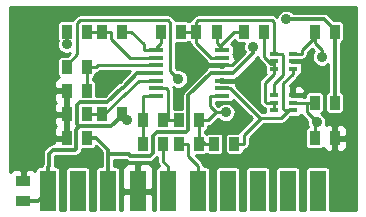
<source format=gbl>
%FSLAX46Y46*%
G04 Gerber Fmt 4.6, Leading zero omitted, Abs format (unit mm)*
G04 Created by KiCad (PCBNEW (2014-09-02 BZR 5112)-product) date 2014-12-10 10:34:42 AM*
%MOMM*%
G01*
G04 APERTURE LIST*
%ADD10C,0.150000*%
%ADD11R,1.300480X0.299720*%
%ADD12R,0.797560X0.398780*%
%ADD13R,0.812800X1.143000*%
%ADD14R,1.143000X0.812800*%
%ADD15R,1.350000X3.500000*%
%ADD16C,0.889000*%
%ADD17C,0.304800*%
%ADD18C,0.254000*%
G04 APERTURE END LIST*
D10*
D11*
X110706000Y-84430400D03*
X110706000Y-83795400D03*
X110706000Y-83135000D03*
X110706000Y-82500000D03*
X110706000Y-81839600D03*
X110706000Y-81191900D03*
X110706000Y-80544200D03*
X116294000Y-80544200D03*
X116294000Y-81191900D03*
X116294000Y-81839600D03*
X116294000Y-82500000D03*
X116294000Y-83147700D03*
X116294000Y-83795400D03*
X116294000Y-84443100D03*
D12*
X122297560Y-84352300D03*
X122297560Y-85000000D03*
X122297560Y-85647700D03*
X120702440Y-85647700D03*
X120702440Y-85000000D03*
X120702440Y-84352300D03*
X122297560Y-80852300D03*
X122297560Y-81500000D03*
X122297560Y-82147700D03*
X120702440Y-82147700D03*
X120702440Y-81500000D03*
X120702440Y-80852300D03*
D13*
X125850900Y-88000000D03*
X124149100Y-88000000D03*
X114350900Y-86500000D03*
X112649100Y-86500000D03*
X125850900Y-85000000D03*
X124149100Y-85000000D03*
X125850900Y-79000000D03*
X124149100Y-79000000D03*
X114350900Y-88500000D03*
X112649100Y-88500000D03*
X115649100Y-88500000D03*
X117350900Y-88500000D03*
X118149100Y-79000000D03*
X119850900Y-79000000D03*
X107850900Y-79000000D03*
X106149100Y-79000000D03*
X103149100Y-82000000D03*
X104850900Y-82000000D03*
X104850900Y-84000000D03*
X103149100Y-84000000D03*
X104850900Y-79000000D03*
X103149100Y-79000000D03*
X112850900Y-79000000D03*
X111149100Y-79000000D03*
X115850900Y-79000000D03*
X114149100Y-79000000D03*
D14*
X99500000Y-93350900D03*
X99500000Y-91649100D03*
D13*
X103149100Y-88000000D03*
X104850900Y-88000000D03*
X111350900Y-86500000D03*
X109649100Y-86500000D03*
X103149100Y-86000000D03*
X104850900Y-86000000D03*
X107850900Y-86000000D03*
X106149100Y-86000000D03*
X109649100Y-88500000D03*
X111350900Y-88500000D03*
D15*
X101570000Y-92500000D03*
X104110000Y-92500000D03*
X106650000Y-92500000D03*
X109190000Y-92500000D03*
X111730000Y-92500000D03*
X114270000Y-92500000D03*
X116810000Y-92500000D03*
X119350000Y-92500000D03*
X121890000Y-92500000D03*
X124430000Y-92500000D03*
D16*
X108230000Y-86500000D03*
X118950000Y-80300000D03*
X121750000Y-77950000D03*
X102500019Y-89828821D03*
X100798179Y-89443963D03*
X117629871Y-80260839D03*
X123693190Y-83087220D03*
X115336926Y-90063074D03*
X105759831Y-89500000D03*
X107829852Y-90202066D03*
X117796572Y-83394489D03*
X112600000Y-84400000D03*
X100807434Y-85357434D03*
X105838470Y-82958986D03*
X107489472Y-82895330D03*
X100807434Y-85357434D03*
X112612600Y-82995400D03*
X124313900Y-86652500D03*
X124742200Y-81132500D03*
X103150000Y-80050000D03*
X116628800Y-85837900D03*
D17*
X101649099Y-90366101D02*
X101570000Y-90445200D01*
X102012765Y-88977901D02*
X101649099Y-89341567D01*
X103880621Y-88977901D02*
X102012765Y-88977901D01*
X103961901Y-88896621D02*
X103880621Y-88977901D01*
X103961901Y-87288699D02*
X103961901Y-88896621D01*
X101649099Y-89341567D02*
X101649099Y-90366101D01*
X104228800Y-87021800D02*
X103961901Y-87288699D01*
X101570000Y-90445200D02*
X101570000Y-92500000D01*
X109137427Y-82500000D02*
X107895005Y-83742422D01*
X104269200Y-84978300D02*
X104037700Y-85209800D01*
X104037700Y-85209800D02*
X104037700Y-86830700D01*
X104037700Y-86830700D02*
X104228800Y-87021800D01*
X106600482Y-84978300D02*
X104269200Y-84978300D01*
X107895005Y-83742422D02*
X107836360Y-83742422D01*
X110706000Y-82500000D02*
X109137427Y-82500000D01*
X107836360Y-83742422D02*
X106600482Y-84978300D01*
X99500000Y-93350900D02*
X100719100Y-93350900D01*
X100719100Y-93350900D02*
X101570000Y-92500000D01*
X107851000Y-86000000D02*
X107851000Y-86060400D01*
X107850900Y-86060300D02*
X107850900Y-86000000D01*
X107851000Y-86060400D02*
X107850900Y-86060300D01*
X107851000Y-86060400D02*
X107851000Y-86120900D01*
X107851000Y-86120900D02*
X108230000Y-86500000D01*
X106950100Y-87021800D02*
X107851000Y-86120900D01*
X104228800Y-87021800D02*
X106950100Y-87021800D01*
X117249040Y-82500000D02*
X118950000Y-80799040D01*
X116294000Y-82500000D02*
X117249040Y-82500000D01*
X118950000Y-80799040D02*
X118950000Y-80300000D01*
X104850900Y-88000000D02*
X105664000Y-88000000D01*
X106650000Y-89504500D02*
X106650000Y-88986000D01*
X106650000Y-88986000D02*
X105664000Y-88000000D01*
X115338960Y-82500000D02*
X116294000Y-82500000D01*
X113462200Y-84376760D02*
X115338960Y-82500000D01*
X113462200Y-87306800D02*
X113462200Y-84376760D01*
X110462300Y-89251600D02*
X110462300Y-87832500D01*
X113247300Y-87521700D02*
X113462200Y-87306800D01*
X110773100Y-87521700D02*
X113247300Y-87521700D01*
X108563834Y-89504500D02*
X110209400Y-89504500D01*
X110462300Y-87832500D02*
X110773100Y-87521700D01*
X108410499Y-89351165D02*
X108563834Y-89504500D01*
X110209400Y-89504500D02*
X110462300Y-89251600D01*
X106803335Y-89351165D02*
X108410499Y-89351165D01*
X106650000Y-89504500D02*
X106803335Y-89351165D01*
X122378617Y-77950000D02*
X121750000Y-77950000D01*
X125850900Y-78834900D02*
X124966000Y-77950000D01*
X125850900Y-79000000D02*
X125850900Y-78834900D01*
X124966000Y-77950000D02*
X122378617Y-77950000D01*
X125850900Y-85000000D02*
X125850900Y-79000000D01*
X106650000Y-92500000D02*
X106650000Y-89504500D01*
D18*
X113436800Y-89535500D02*
X113436800Y-88500000D01*
X114270000Y-90368700D02*
X113436800Y-89535500D01*
X112649100Y-88500000D02*
X113436800Y-88500000D01*
X114270000Y-92500000D02*
X114270000Y-90368700D01*
X105121179Y-89828821D02*
X103128636Y-89828821D01*
X105450000Y-89500000D02*
X105121179Y-89828821D01*
X103128636Y-89828821D02*
X102500019Y-89828821D01*
X117629871Y-81341931D02*
X117629871Y-80889456D01*
X117629871Y-80889456D02*
X117629871Y-80260839D01*
X116294000Y-81839600D02*
X117132202Y-81839600D01*
X117132202Y-81839600D02*
X117629871Y-81341931D01*
X123693190Y-83087220D02*
X123077341Y-82471371D01*
X122950340Y-81500000D02*
X122297560Y-81500000D01*
X123077341Y-81627001D02*
X122950340Y-81500000D01*
X123077341Y-82471371D02*
X123077341Y-81627001D01*
X109190000Y-92500000D02*
X107900000Y-92500000D01*
X107900000Y-92500000D02*
X107829852Y-92429852D01*
X107829852Y-92429852D02*
X107829852Y-90202066D01*
X116294000Y-83147700D02*
X117549783Y-83147700D01*
X117549783Y-83147700D02*
X117796572Y-83394489D01*
X105879484Y-83000000D02*
X105838470Y-82958986D01*
X107000000Y-83000000D02*
X105879484Y-83000000D01*
X111350900Y-89989600D02*
X111350900Y-88500000D01*
X111730000Y-90368700D02*
X111350900Y-89989600D01*
X111730000Y-92500000D02*
X111730000Y-90368700D01*
X109801760Y-83135000D02*
X110706000Y-83135000D01*
X106149100Y-86000000D02*
X106333700Y-86000000D01*
X108115950Y-84275832D02*
X109256782Y-83135000D01*
X109256782Y-83135000D02*
X109801760Y-83135000D01*
X106333700Y-86000000D02*
X108057868Y-84275832D01*
X108057868Y-84275832D02*
X108115950Y-84275832D01*
X106149100Y-86000000D02*
X104850900Y-86000000D01*
X105799000Y-81839600D02*
X110706000Y-81839600D01*
X105638600Y-82000000D02*
X105799000Y-81839600D01*
X104850900Y-82000000D02*
X105638600Y-82000000D01*
X104850900Y-84000000D02*
X104850900Y-82000000D01*
X115850900Y-79000000D02*
X115850900Y-79952800D01*
X118149100Y-79000000D02*
X117361400Y-79000000D01*
X117361400Y-79000000D02*
X116129800Y-80231600D01*
X115850900Y-79952800D02*
X116129800Y-80231600D01*
X116294000Y-80395900D02*
X116294000Y-80544200D01*
X116129800Y-80231600D02*
X116294000Y-80395900D01*
X109674500Y-80035900D02*
X109674500Y-80544200D01*
X108638600Y-79000000D02*
X109674500Y-80035900D01*
X107850900Y-79000000D02*
X108638600Y-79000000D01*
X110706000Y-80544200D02*
X109674500Y-80544200D01*
X110706000Y-80395900D02*
X110706000Y-80544200D01*
X111149100Y-79952800D02*
X110706000Y-80395900D01*
X111149100Y-79000000D02*
X111149100Y-79952800D01*
X112168101Y-82550901D02*
X112612600Y-82995400D01*
X104075501Y-79703759D02*
X104063499Y-79691757D01*
X111936900Y-78241800D02*
X111936900Y-82319700D01*
X111728800Y-78033700D02*
X111936900Y-78241800D01*
X104063499Y-78245702D02*
X104275501Y-78033700D01*
X104063499Y-79691757D02*
X104063499Y-78245702D01*
X104075501Y-80908499D02*
X104075501Y-79703759D01*
X103149100Y-81834900D02*
X104075501Y-80908499D01*
X103149100Y-82000000D02*
X103149100Y-81834900D01*
X111936900Y-82319700D02*
X112168101Y-82550901D01*
X104275501Y-78033700D02*
X111728800Y-78033700D01*
X104850900Y-79000000D02*
X106149100Y-79000000D01*
X108525600Y-81191900D02*
X110706000Y-81191900D01*
X106936800Y-79603100D02*
X108525600Y-81191900D01*
X106936800Y-79000000D02*
X106936800Y-79603100D01*
X106149100Y-79000000D02*
X106936800Y-79000000D01*
X111737241Y-83922401D02*
X111610240Y-83795400D01*
X111737500Y-86500000D02*
X111737241Y-86499741D01*
X111737241Y-86499741D02*
X111737241Y-83922401D01*
X111610240Y-83795400D02*
X110706000Y-83795400D01*
X111350900Y-86500000D02*
X111737500Y-86500000D01*
X111737500Y-86500000D02*
X112649100Y-86500000D01*
X109649100Y-88500000D02*
X109649100Y-86500000D01*
X109649100Y-84455800D02*
X109674500Y-84430400D01*
X109649100Y-86500000D02*
X109649100Y-84455800D01*
X110706000Y-84430400D02*
X109674500Y-84430400D01*
X116294000Y-83795400D02*
X117023658Y-83795400D01*
X119507658Y-86279400D02*
X119639000Y-86279400D01*
X117023658Y-83795400D02*
X119507658Y-86279400D01*
X122298000Y-82147700D02*
X122298000Y-82374400D01*
X122297600Y-82374000D02*
X122297600Y-82147700D01*
X122298000Y-82374400D02*
X122297600Y-82374000D01*
X122297600Y-85647700D02*
X122298000Y-85647700D01*
X121645000Y-85647700D02*
X121971300Y-85647700D01*
X121518000Y-85520700D02*
X121645000Y-85647700D01*
X121518000Y-83380900D02*
X121518000Y-85520700D01*
X122298000Y-82601100D02*
X121518000Y-83380900D01*
X122298000Y-82374400D02*
X122298000Y-82601100D01*
X121971300Y-85647700D02*
X122297600Y-85647700D01*
X121339600Y-86279400D02*
X119639000Y-86279400D01*
X121971300Y-85647700D02*
X121339600Y-86279400D01*
X118138600Y-87779800D02*
X119639000Y-86279400D01*
X118138600Y-88500000D02*
X118138600Y-87779800D01*
X117350900Y-88500000D02*
X118138600Y-88500000D01*
X120702000Y-85323800D02*
X120702000Y-85647700D01*
X120702400Y-85324200D02*
X120702400Y-85647700D01*
X120702000Y-85323800D02*
X120702400Y-85324200D01*
X119850900Y-81143400D02*
X119850900Y-79000000D01*
X120482700Y-81775200D02*
X119850900Y-81143400D01*
X120702000Y-81775200D02*
X120482700Y-81775200D01*
X120702000Y-81500000D02*
X120702000Y-81637600D01*
X120702000Y-81637600D02*
X120702000Y-81775200D01*
X120702400Y-81637200D02*
X120702400Y-81500000D01*
X120702000Y-81637600D02*
X120702400Y-81637200D01*
X120376000Y-85000000D02*
X120702400Y-85000000D01*
X120702000Y-85000000D02*
X120702000Y-85323800D01*
X120376000Y-85000000D02*
X120702000Y-85000000D01*
X120702000Y-81775200D02*
X120702000Y-82188100D01*
X120050000Y-85000000D02*
X120376000Y-85000000D01*
X119923000Y-84873000D02*
X120050000Y-85000000D01*
X119923000Y-83380900D02*
X119923000Y-84873000D01*
X120702000Y-82601100D02*
X119923000Y-83380900D01*
X120702000Y-82188100D02*
X120702000Y-82601100D01*
X120702400Y-82187700D02*
X120702400Y-82147700D01*
X120702000Y-82188100D02*
X120702400Y-82187700D01*
X124149000Y-85000000D02*
X124149100Y-85000000D01*
X122298000Y-85000000D02*
X122297600Y-85000000D01*
X124149000Y-85000000D02*
X123486300Y-85000000D01*
X123486300Y-85000000D02*
X122298000Y-85000000D01*
X124149100Y-88000000D02*
X124149100Y-87047200D01*
X124149100Y-86817300D02*
X124149100Y-87047200D01*
X124313900Y-86652500D02*
X124149100Y-86817300D01*
X123486300Y-85824900D02*
X124313900Y-86652500D01*
X123486300Y-85000000D02*
X123486300Y-85824900D01*
X124742200Y-80545900D02*
X124149100Y-79952800D01*
X124742200Y-81132500D02*
X124742200Y-80545900D01*
X124149100Y-79000000D02*
X124149100Y-79476400D01*
X124149100Y-79476400D02*
X124149100Y-79952800D01*
X123077700Y-80547800D02*
X123077700Y-80852300D01*
X124149100Y-79476400D02*
X123077700Y-80547800D01*
X122297600Y-80852300D02*
X123077700Y-80852300D01*
X114149100Y-79000000D02*
X114149100Y-79951240D01*
X114149100Y-79951240D02*
X115389760Y-81191900D01*
X115389760Y-81191900D02*
X116294000Y-81191900D01*
X120702440Y-80852300D02*
X120702440Y-78187838D01*
X114276101Y-78047499D02*
X114149100Y-78174500D01*
X120702440Y-78187838D02*
X120562101Y-78047499D01*
X120562101Y-78047499D02*
X114276101Y-78047499D01*
X114149100Y-78174500D02*
X114149100Y-79000000D01*
X120702400Y-80852300D02*
X120702000Y-80852300D01*
X120702000Y-84352300D02*
X120702000Y-83892000D01*
X120702400Y-83892400D02*
X120702400Y-84352300D01*
X120702000Y-83892000D02*
X120702400Y-83892400D01*
X112850900Y-79000000D02*
X113638600Y-79000000D01*
X114149100Y-79000000D02*
X113638600Y-79000000D01*
X121355000Y-80852300D02*
X121028700Y-80852300D01*
X121482000Y-80979300D02*
X121355000Y-80852300D01*
X121482000Y-82651900D02*
X121482000Y-80979300D01*
X120702000Y-83431700D02*
X121482000Y-82651900D01*
X120702000Y-83892000D02*
X120702000Y-83431700D01*
X121028700Y-80852300D02*
X120702400Y-80852300D01*
X103149100Y-80049100D02*
X103150000Y-80050000D01*
X103149100Y-79000000D02*
X103149100Y-80049100D01*
X114350900Y-86500000D02*
X114350900Y-86976400D01*
X114350900Y-86976400D02*
X114350900Y-87547200D01*
X114350900Y-88500000D02*
X114350900Y-88023600D01*
X114350900Y-88023600D02*
X114350900Y-87547200D01*
X114385000Y-88023600D02*
X114861400Y-88500000D01*
X114350900Y-88023600D02*
X114385000Y-88023600D01*
X115649100Y-88500000D02*
X114861400Y-88500000D01*
X114350900Y-86500000D02*
X115138600Y-86500000D01*
X116294000Y-84443100D02*
X115262500Y-84443100D01*
X115262500Y-85299700D02*
X115262500Y-84443100D01*
X115800700Y-85837900D02*
X115262500Y-85299700D01*
X116628800Y-85837900D02*
X115800700Y-85837900D01*
X115800700Y-85837900D02*
X115138600Y-86500000D01*
G36*
X106116600Y-90369000D02*
X105899214Y-90369000D01*
X105759180Y-90427004D01*
X105652004Y-90534181D01*
X105594000Y-90674215D01*
X105594000Y-90825786D01*
X105594000Y-94119800D01*
X105166000Y-94119800D01*
X105166000Y-90674214D01*
X105107996Y-90534180D01*
X105000819Y-90427004D01*
X104860785Y-90369000D01*
X104709214Y-90369000D01*
X103359214Y-90369000D01*
X103219180Y-90427004D01*
X103112004Y-90534181D01*
X103054000Y-90674215D01*
X103054000Y-90825786D01*
X103054000Y-94119800D01*
X102626000Y-94119800D01*
X102626000Y-90674214D01*
X102567996Y-90534180D01*
X102460819Y-90427004D01*
X102320785Y-90369000D01*
X102181922Y-90369000D01*
X102182499Y-90366101D01*
X102182499Y-89562508D01*
X102233706Y-89511301D01*
X103880621Y-89511301D01*
X104084744Y-89470698D01*
X104257792Y-89355072D01*
X104339072Y-89273792D01*
X104454698Y-89100745D01*
X104454698Y-89100744D01*
X104484185Y-88952500D01*
X104520286Y-88952500D01*
X105333086Y-88952500D01*
X105473120Y-88894496D01*
X105580296Y-88787319D01*
X105614471Y-88704812D01*
X106116600Y-89206941D01*
X106116600Y-89504500D01*
X106116600Y-90369000D01*
X106116600Y-90369000D01*
G37*
X106116600Y-90369000D02*
X105899214Y-90369000D01*
X105759180Y-90427004D01*
X105652004Y-90534181D01*
X105594000Y-90674215D01*
X105594000Y-90825786D01*
X105594000Y-94119800D01*
X105166000Y-94119800D01*
X105166000Y-90674214D01*
X105107996Y-90534180D01*
X105000819Y-90427004D01*
X104860785Y-90369000D01*
X104709214Y-90369000D01*
X103359214Y-90369000D01*
X103219180Y-90427004D01*
X103112004Y-90534181D01*
X103054000Y-90674215D01*
X103054000Y-90825786D01*
X103054000Y-94119800D01*
X102626000Y-94119800D01*
X102626000Y-90674214D01*
X102567996Y-90534180D01*
X102460819Y-90427004D01*
X102320785Y-90369000D01*
X102181922Y-90369000D01*
X102182499Y-90366101D01*
X102182499Y-89562508D01*
X102233706Y-89511301D01*
X103880621Y-89511301D01*
X104084744Y-89470698D01*
X104257792Y-89355072D01*
X104339072Y-89273792D01*
X104454698Y-89100745D01*
X104454698Y-89100744D01*
X104484185Y-88952500D01*
X104520286Y-88952500D01*
X105333086Y-88952500D01*
X105473120Y-88894496D01*
X105580296Y-88787319D01*
X105614471Y-88704812D01*
X106116600Y-89206941D01*
X106116600Y-89504500D01*
X106116600Y-90369000D01*
G36*
X108535485Y-82347600D02*
X107633763Y-83249321D01*
X107632236Y-83249625D01*
X107562923Y-83295938D01*
X107459189Y-83365251D01*
X107459186Y-83365254D01*
X106379540Y-84444900D01*
X105638300Y-84444900D01*
X105638300Y-83352714D01*
X105580296Y-83212680D01*
X105473119Y-83105504D01*
X105358900Y-83058192D01*
X105358900Y-82941807D01*
X105473120Y-82894496D01*
X105580296Y-82787319D01*
X105638300Y-82647285D01*
X105638300Y-82508000D01*
X105638600Y-82508000D01*
X105833003Y-82469331D01*
X105997810Y-82359210D01*
X106009420Y-82347600D01*
X108535485Y-82347600D01*
X108535485Y-82347600D01*
G37*
X108535485Y-82347600D02*
X107633763Y-83249321D01*
X107632236Y-83249625D01*
X107562923Y-83295938D01*
X107459189Y-83365251D01*
X107459186Y-83365254D01*
X106379540Y-84444900D01*
X105638300Y-84444900D01*
X105638300Y-83352714D01*
X105580296Y-83212680D01*
X105473119Y-83105504D01*
X105358900Y-83058192D01*
X105358900Y-82941807D01*
X105473120Y-82894496D01*
X105580296Y-82787319D01*
X105638300Y-82647285D01*
X105638300Y-82508000D01*
X105638600Y-82508000D01*
X105833003Y-82469331D01*
X105997810Y-82359210D01*
X106009420Y-82347600D01*
X108535485Y-82347600D01*
G36*
X111011879Y-90369000D02*
X110979214Y-90369000D01*
X110839180Y-90427004D01*
X110732004Y-90534181D01*
X110674000Y-90674215D01*
X110674000Y-90825786D01*
X110674000Y-94119800D01*
X110500000Y-94119800D01*
X110500000Y-92785750D01*
X110500000Y-92214250D01*
X110500000Y-90876309D01*
X110500000Y-90623690D01*
X110403327Y-90390301D01*
X110224698Y-90211673D01*
X109991309Y-90115000D01*
X109475750Y-90115000D01*
X109317000Y-90273750D01*
X109317000Y-92373000D01*
X110341250Y-92373000D01*
X110500000Y-92214250D01*
X110500000Y-92785750D01*
X110341250Y-92627000D01*
X109317000Y-92627000D01*
X109317000Y-92647000D01*
X109063000Y-92647000D01*
X109063000Y-92627000D01*
X109063000Y-92373000D01*
X109063000Y-90273750D01*
X108904250Y-90115000D01*
X108388691Y-90115000D01*
X108155302Y-90211673D01*
X107976673Y-90390301D01*
X107880000Y-90623690D01*
X107880000Y-90876309D01*
X107880000Y-92214250D01*
X108038750Y-92373000D01*
X109063000Y-92373000D01*
X109063000Y-92627000D01*
X108038750Y-92627000D01*
X107880000Y-92785750D01*
X107880000Y-94119800D01*
X107706000Y-94119800D01*
X107706000Y-90674214D01*
X107647996Y-90534180D01*
X107540819Y-90427004D01*
X107400785Y-90369000D01*
X107249214Y-90369000D01*
X107183400Y-90369000D01*
X107183400Y-89884565D01*
X108190994Y-89884565D01*
X108190995Y-89884565D01*
X108290397Y-89950983D01*
X108359710Y-89997297D01*
X108359711Y-89997297D01*
X108563834Y-90037900D01*
X110209400Y-90037900D01*
X110413523Y-89997297D01*
X110586571Y-89881671D01*
X110839467Y-89628773D01*
X110839471Y-89628771D01*
X110839471Y-89628770D01*
X110842900Y-89623639D01*
X110842900Y-89989600D01*
X110881569Y-90184003D01*
X110991690Y-90348810D01*
X111011879Y-90369000D01*
X111011879Y-90369000D01*
G37*
X111011879Y-90369000D02*
X110979214Y-90369000D01*
X110839180Y-90427004D01*
X110732004Y-90534181D01*
X110674000Y-90674215D01*
X110674000Y-90825786D01*
X110674000Y-94119800D01*
X110500000Y-94119800D01*
X110500000Y-92785750D01*
X110500000Y-92214250D01*
X110500000Y-90876309D01*
X110500000Y-90623690D01*
X110403327Y-90390301D01*
X110224698Y-90211673D01*
X109991309Y-90115000D01*
X109475750Y-90115000D01*
X109317000Y-90273750D01*
X109317000Y-92373000D01*
X110341250Y-92373000D01*
X110500000Y-92214250D01*
X110500000Y-92785750D01*
X110341250Y-92627000D01*
X109317000Y-92627000D01*
X109317000Y-92647000D01*
X109063000Y-92647000D01*
X109063000Y-92627000D01*
X109063000Y-92373000D01*
X109063000Y-90273750D01*
X108904250Y-90115000D01*
X108388691Y-90115000D01*
X108155302Y-90211673D01*
X107976673Y-90390301D01*
X107880000Y-90623690D01*
X107880000Y-90876309D01*
X107880000Y-92214250D01*
X108038750Y-92373000D01*
X109063000Y-92373000D01*
X109063000Y-92627000D01*
X108038750Y-92627000D01*
X107880000Y-92785750D01*
X107880000Y-94119800D01*
X107706000Y-94119800D01*
X107706000Y-90674214D01*
X107647996Y-90534180D01*
X107540819Y-90427004D01*
X107400785Y-90369000D01*
X107249214Y-90369000D01*
X107183400Y-90369000D01*
X107183400Y-89884565D01*
X108190994Y-89884565D01*
X108190995Y-89884565D01*
X108290397Y-89950983D01*
X108359710Y-89997297D01*
X108359711Y-89997297D01*
X108563834Y-90037900D01*
X110209400Y-90037900D01*
X110413523Y-89997297D01*
X110586571Y-89881671D01*
X110839467Y-89628773D01*
X110839471Y-89628771D01*
X110839471Y-89628770D01*
X110842900Y-89623639D01*
X110842900Y-89989600D01*
X110881569Y-90184003D01*
X110991690Y-90348810D01*
X111011879Y-90369000D01*
G36*
X116441000Y-81914530D02*
X116421000Y-81914530D01*
X116421000Y-81966600D01*
X116294000Y-81966600D01*
X116167000Y-81966600D01*
X116167000Y-81914530D01*
X115167510Y-81914530D01*
X115008760Y-82073280D01*
X115008760Y-82091444D01*
X114961789Y-82122829D01*
X114961786Y-82122832D01*
X113085029Y-83999589D01*
X112969403Y-84172637D01*
X112928800Y-84376760D01*
X112928800Y-85547500D01*
X112245241Y-85547500D01*
X112245241Y-83922401D01*
X112206572Y-83727998D01*
X112199768Y-83717816D01*
X112447677Y-83820757D01*
X112776082Y-83821043D01*
X113079598Y-83695633D01*
X113312017Y-83463619D01*
X113437957Y-83160323D01*
X113438243Y-82831918D01*
X113312833Y-82528402D01*
X113080819Y-82295983D01*
X112777523Y-82170043D01*
X112505426Y-82169806D01*
X112444900Y-82109279D01*
X112444900Y-79952500D01*
X112520286Y-79952500D01*
X113333086Y-79952500D01*
X113473120Y-79894496D01*
X113500000Y-79867615D01*
X113526881Y-79894496D01*
X113641100Y-79941807D01*
X113641100Y-79951240D01*
X113679769Y-80145643D01*
X113789890Y-80310450D01*
X115018750Y-81539310D01*
X115008760Y-81563431D01*
X115008760Y-81605920D01*
X115167510Y-81764670D01*
X116167000Y-81764670D01*
X116167000Y-81722760D01*
X116421000Y-81722760D01*
X116421000Y-81764670D01*
X116441000Y-81764670D01*
X116441000Y-81914530D01*
X116441000Y-81914530D01*
G37*
X116441000Y-81914530D02*
X116421000Y-81914530D01*
X116421000Y-81966600D01*
X116294000Y-81966600D01*
X116167000Y-81966600D01*
X116167000Y-81914530D01*
X115167510Y-81914530D01*
X115008760Y-82073280D01*
X115008760Y-82091444D01*
X114961789Y-82122829D01*
X114961786Y-82122832D01*
X113085029Y-83999589D01*
X112969403Y-84172637D01*
X112928800Y-84376760D01*
X112928800Y-85547500D01*
X112245241Y-85547500D01*
X112245241Y-83922401D01*
X112206572Y-83727998D01*
X112199768Y-83717816D01*
X112447677Y-83820757D01*
X112776082Y-83821043D01*
X113079598Y-83695633D01*
X113312017Y-83463619D01*
X113437957Y-83160323D01*
X113438243Y-82831918D01*
X113312833Y-82528402D01*
X113080819Y-82295983D01*
X112777523Y-82170043D01*
X112505426Y-82169806D01*
X112444900Y-82109279D01*
X112444900Y-79952500D01*
X112520286Y-79952500D01*
X113333086Y-79952500D01*
X113473120Y-79894496D01*
X113500000Y-79867615D01*
X113526881Y-79894496D01*
X113641100Y-79941807D01*
X113641100Y-79951240D01*
X113679769Y-80145643D01*
X113789890Y-80310450D01*
X115018750Y-81539310D01*
X115008760Y-81563431D01*
X115008760Y-81605920D01*
X115167510Y-81764670D01*
X116167000Y-81764670D01*
X116167000Y-81722760D01*
X116421000Y-81722760D01*
X116421000Y-81764670D01*
X116441000Y-81764670D01*
X116441000Y-81914530D01*
G36*
X118243315Y-80751382D02*
X117535899Y-81458798D01*
X117482567Y-81330042D01*
X117325240Y-81172714D01*
X117325240Y-80966254D01*
X117284562Y-80868049D01*
X117325240Y-80769845D01*
X117325240Y-80618274D01*
X117325240Y-80318554D01*
X117267236Y-80178520D01*
X117160059Y-80071344D01*
X117052873Y-80026946D01*
X117382447Y-79697373D01*
X117419704Y-79787320D01*
X117526881Y-79894496D01*
X117666915Y-79952500D01*
X117818486Y-79952500D01*
X118200455Y-79952500D01*
X118124643Y-80135077D01*
X118124357Y-80463482D01*
X118243315Y-80751382D01*
X118243315Y-80751382D01*
G37*
X118243315Y-80751382D02*
X117535899Y-81458798D01*
X117482567Y-81330042D01*
X117325240Y-81172714D01*
X117325240Y-80966254D01*
X117284562Y-80868049D01*
X117325240Y-80769845D01*
X117325240Y-80618274D01*
X117325240Y-80318554D01*
X117267236Y-80178520D01*
X117160059Y-80071344D01*
X117052873Y-80026946D01*
X117382447Y-79697373D01*
X117419704Y-79787320D01*
X117526881Y-79894496D01*
X117666915Y-79952500D01*
X117818486Y-79952500D01*
X118200455Y-79952500D01*
X118124643Y-80135077D01*
X118124357Y-80463482D01*
X118243315Y-80751382D01*
G36*
X120001391Y-82583637D02*
X119563605Y-83021874D01*
X119507827Y-83105444D01*
X119453669Y-83186497D01*
X119453643Y-83186625D01*
X119453569Y-83186737D01*
X119434220Y-83284271D01*
X119415000Y-83380900D01*
X119415000Y-83381161D01*
X119415000Y-84873000D01*
X119453669Y-85067403D01*
X119563790Y-85232210D01*
X119690790Y-85359210D01*
X119855596Y-85469331D01*
X119855597Y-85469331D01*
X119922660Y-85482670D01*
X119922660Y-85524096D01*
X119922660Y-85771400D01*
X119718078Y-85771400D01*
X117518115Y-83571437D01*
X117579240Y-83423869D01*
X117579240Y-83381380D01*
X117420490Y-83222630D01*
X116421000Y-83222630D01*
X116421000Y-83264540D01*
X116167000Y-83264540D01*
X116167000Y-83222630D01*
X116147000Y-83222630D01*
X116147000Y-83072770D01*
X116167000Y-83072770D01*
X116167000Y-83033400D01*
X116294000Y-83033400D01*
X116421000Y-83033400D01*
X116421000Y-83072770D01*
X117420490Y-83072770D01*
X117579240Y-82914020D01*
X117579240Y-82908555D01*
X117626211Y-82877171D01*
X119327171Y-81176211D01*
X119344321Y-81150543D01*
X119381569Y-81337803D01*
X119491690Y-81502610D01*
X119922660Y-81933580D01*
X119922660Y-82024096D01*
X119922660Y-82422876D01*
X119980664Y-82562910D01*
X120001391Y-82583637D01*
X120001391Y-82583637D01*
G37*
X120001391Y-82583637D02*
X119563605Y-83021874D01*
X119507827Y-83105444D01*
X119453669Y-83186497D01*
X119453643Y-83186625D01*
X119453569Y-83186737D01*
X119434220Y-83284271D01*
X119415000Y-83380900D01*
X119415000Y-83381161D01*
X119415000Y-84873000D01*
X119453669Y-85067403D01*
X119563790Y-85232210D01*
X119690790Y-85359210D01*
X119855596Y-85469331D01*
X119855597Y-85469331D01*
X119922660Y-85482670D01*
X119922660Y-85524096D01*
X119922660Y-85771400D01*
X119718078Y-85771400D01*
X117518115Y-83571437D01*
X117579240Y-83423869D01*
X117579240Y-83381380D01*
X117420490Y-83222630D01*
X116421000Y-83222630D01*
X116421000Y-83264540D01*
X116167000Y-83264540D01*
X116167000Y-83222630D01*
X116147000Y-83222630D01*
X116147000Y-83072770D01*
X116167000Y-83072770D01*
X116167000Y-83033400D01*
X116294000Y-83033400D01*
X116421000Y-83033400D01*
X116421000Y-83072770D01*
X117420490Y-83072770D01*
X117579240Y-82914020D01*
X117579240Y-82908555D01*
X117626211Y-82877171D01*
X119327171Y-81176211D01*
X119344321Y-81150543D01*
X119381569Y-81337803D01*
X119491690Y-81502610D01*
X119922660Y-81933580D01*
X119922660Y-82024096D01*
X119922660Y-82422876D01*
X119980664Y-82562910D01*
X120001391Y-82583637D01*
G36*
X127619800Y-94119800D02*
X126892300Y-94119800D01*
X126892300Y-88697810D01*
X126892300Y-88445191D01*
X126892300Y-88285750D01*
X126892300Y-87714250D01*
X126892300Y-87554809D01*
X126892300Y-87302190D01*
X126795627Y-87068801D01*
X126616998Y-86890173D01*
X126383609Y-86793500D01*
X126136650Y-86793500D01*
X125977900Y-86952250D01*
X125977900Y-87873000D01*
X126733550Y-87873000D01*
X126892300Y-87714250D01*
X126892300Y-88285750D01*
X126733550Y-88127000D01*
X125977900Y-88127000D01*
X125977900Y-89047750D01*
X126136650Y-89206500D01*
X126383609Y-89206500D01*
X126616998Y-89109827D01*
X126795627Y-88931199D01*
X126892300Y-88697810D01*
X126892300Y-94119800D01*
X125486000Y-94119800D01*
X125486000Y-90674214D01*
X125427996Y-90534180D01*
X125320819Y-90427004D01*
X125180785Y-90369000D01*
X125029214Y-90369000D01*
X123679214Y-90369000D01*
X123539180Y-90427004D01*
X123432004Y-90534181D01*
X123374000Y-90674215D01*
X123374000Y-90825786D01*
X123374000Y-94119800D01*
X122946000Y-94119800D01*
X122946000Y-90674214D01*
X122887996Y-90534180D01*
X122780819Y-90427004D01*
X122640785Y-90369000D01*
X122489214Y-90369000D01*
X121139214Y-90369000D01*
X120999180Y-90427004D01*
X120892004Y-90534181D01*
X120834000Y-90674215D01*
X120834000Y-90825786D01*
X120834000Y-94119800D01*
X120406000Y-94119800D01*
X120406000Y-90674214D01*
X120347996Y-90534180D01*
X120240819Y-90427004D01*
X120100785Y-90369000D01*
X119949214Y-90369000D01*
X118599214Y-90369000D01*
X118459180Y-90427004D01*
X118352004Y-90534181D01*
X118294000Y-90674215D01*
X118294000Y-90825786D01*
X118294000Y-94119800D01*
X117866000Y-94119800D01*
X117866000Y-90674214D01*
X117807996Y-90534180D01*
X117700819Y-90427004D01*
X117560785Y-90369000D01*
X117409214Y-90369000D01*
X116059214Y-90369000D01*
X115919180Y-90427004D01*
X115812004Y-90534181D01*
X115754000Y-90674215D01*
X115754000Y-90825786D01*
X115754000Y-94119800D01*
X115326000Y-94119800D01*
X115326000Y-90674214D01*
X115267996Y-90534180D01*
X115160819Y-90427004D01*
X115020785Y-90369000D01*
X114869214Y-90369000D01*
X114778000Y-90369000D01*
X114778000Y-90368700D01*
X114739331Y-90174297D01*
X114629210Y-90009490D01*
X114072220Y-89452500D01*
X114833086Y-89452500D01*
X114973120Y-89394496D01*
X115000000Y-89367615D01*
X115026881Y-89394496D01*
X115166915Y-89452500D01*
X115318486Y-89452500D01*
X116131286Y-89452500D01*
X116271320Y-89394496D01*
X116378496Y-89287319D01*
X116436500Y-89147285D01*
X116436500Y-88995714D01*
X116436500Y-87852714D01*
X116378496Y-87712680D01*
X116271319Y-87605504D01*
X116131285Y-87547500D01*
X115979714Y-87547500D01*
X115166914Y-87547500D01*
X115026880Y-87605504D01*
X114999999Y-87632384D01*
X114973119Y-87605504D01*
X114858900Y-87558192D01*
X114858900Y-87547200D01*
X114858900Y-87441807D01*
X114973120Y-87394496D01*
X115080296Y-87287319D01*
X115138300Y-87147285D01*
X115138300Y-87008000D01*
X115138600Y-87008000D01*
X115333003Y-86969331D01*
X115497810Y-86859210D01*
X115990290Y-86366729D01*
X116160581Y-86537317D01*
X116463877Y-86663257D01*
X116792282Y-86663543D01*
X117095798Y-86538133D01*
X117328217Y-86306119D01*
X117454157Y-86002823D01*
X117454443Y-85674418D01*
X117329033Y-85370902D01*
X117097019Y-85138483D01*
X116793723Y-85012543D01*
X116465318Y-85012257D01*
X116161802Y-85137667D01*
X115990194Y-85308974D01*
X115770500Y-85089280D01*
X115770500Y-84973960D01*
X117020026Y-84973960D01*
X117160060Y-84915956D01*
X117267236Y-84808779D01*
X117282285Y-84772447D01*
X118854908Y-86345071D01*
X117779390Y-87420590D01*
X117694591Y-87547500D01*
X117681514Y-87547500D01*
X116868714Y-87547500D01*
X116728680Y-87605504D01*
X116621504Y-87712681D01*
X116563500Y-87852715D01*
X116563500Y-88004286D01*
X116563500Y-89147286D01*
X116621504Y-89287320D01*
X116728681Y-89394496D01*
X116868715Y-89452500D01*
X117020286Y-89452500D01*
X117833086Y-89452500D01*
X117973120Y-89394496D01*
X118080296Y-89287319D01*
X118138300Y-89147285D01*
X118138300Y-89008000D01*
X118138600Y-89008000D01*
X118333003Y-88969331D01*
X118497810Y-88859210D01*
X118607931Y-88694403D01*
X118646600Y-88500000D01*
X118646600Y-87990220D01*
X119849420Y-86787400D01*
X121339600Y-86787400D01*
X121534003Y-86748731D01*
X121698810Y-86638610D01*
X122109330Y-86228090D01*
X122772126Y-86228090D01*
X122912160Y-86170086D01*
X123019336Y-86062909D01*
X123029580Y-86038177D01*
X123127090Y-86184110D01*
X123488492Y-86545512D01*
X123488257Y-86815982D01*
X123596046Y-87076854D01*
X123526880Y-87105504D01*
X123419704Y-87212681D01*
X123361700Y-87352715D01*
X123361700Y-87504286D01*
X123361700Y-88647286D01*
X123419704Y-88787320D01*
X123526881Y-88894496D01*
X123666915Y-88952500D01*
X123818486Y-88952500D01*
X124631286Y-88952500D01*
X124771320Y-88894496D01*
X124855925Y-88809890D01*
X124906173Y-88931199D01*
X125084802Y-89109827D01*
X125318191Y-89206500D01*
X125565150Y-89206500D01*
X125723900Y-89047750D01*
X125723900Y-88127000D01*
X125703900Y-88127000D01*
X125703900Y-87873000D01*
X125723900Y-87873000D01*
X125723900Y-86952250D01*
X125565150Y-86793500D01*
X125318191Y-86793500D01*
X125114085Y-86878043D01*
X125139257Y-86817423D01*
X125139543Y-86489018D01*
X125014133Y-86185502D01*
X124782119Y-85953083D01*
X124706092Y-85921514D01*
X124771320Y-85894496D01*
X124878496Y-85787319D01*
X124936500Y-85647285D01*
X124936500Y-85495714D01*
X124936500Y-84352714D01*
X124878496Y-84212680D01*
X124771319Y-84105504D01*
X124631285Y-84047500D01*
X124479714Y-84047500D01*
X123666914Y-84047500D01*
X123526880Y-84105504D01*
X123419704Y-84212681D01*
X123361700Y-84352715D01*
X123361700Y-84492000D01*
X123331340Y-84492000D01*
X123331340Y-84093855D01*
X123331340Y-84026601D01*
X123234667Y-83793212D01*
X123056039Y-83614583D01*
X122822650Y-83517910D01*
X122583310Y-83517910D01*
X122424560Y-83676660D01*
X122424560Y-84252605D01*
X123172590Y-84252605D01*
X123331340Y-84093855D01*
X123331340Y-84492000D01*
X123212595Y-84492000D01*
X123172590Y-84451995D01*
X122850309Y-84451995D01*
X122772125Y-84419610D01*
X122620554Y-84419610D01*
X122150560Y-84419610D01*
X122150560Y-84252605D01*
X122170560Y-84252605D01*
X122170560Y-83676660D01*
X122055632Y-83561732D01*
X122657164Y-82960356D01*
X122657182Y-82960328D01*
X122657210Y-82960310D01*
X122711355Y-82879275D01*
X122767306Y-82795564D01*
X122767312Y-82795530D01*
X122767331Y-82795503D01*
X122781513Y-82724201D01*
X122912160Y-82670086D01*
X123019336Y-82562909D01*
X123077340Y-82422875D01*
X123077340Y-82271304D01*
X123077340Y-82216415D01*
X123234667Y-82059088D01*
X123331340Y-81825699D01*
X123331340Y-81758445D01*
X123172590Y-81599695D01*
X122850309Y-81599695D01*
X122772125Y-81567310D01*
X122620554Y-81567310D01*
X122150560Y-81567310D01*
X122150560Y-81432690D01*
X122772126Y-81432690D01*
X122850310Y-81400305D01*
X123172590Y-81400305D01*
X123246089Y-81326805D01*
X123272103Y-81321631D01*
X123436910Y-81211510D01*
X123547031Y-81046703D01*
X123585700Y-80852300D01*
X123585700Y-80758220D01*
X123910900Y-80433020D01*
X124092515Y-80614635D01*
X124042783Y-80664281D01*
X123916843Y-80967577D01*
X123916557Y-81295982D01*
X124041967Y-81599498D01*
X124273981Y-81831917D01*
X124577277Y-81957857D01*
X124905682Y-81958143D01*
X125209198Y-81832733D01*
X125317500Y-81724619D01*
X125317500Y-84068713D01*
X125228680Y-84105504D01*
X125121504Y-84212681D01*
X125063500Y-84352715D01*
X125063500Y-84504286D01*
X125063500Y-85647286D01*
X125121504Y-85787320D01*
X125228681Y-85894496D01*
X125368715Y-85952500D01*
X125520286Y-85952500D01*
X126333086Y-85952500D01*
X126473120Y-85894496D01*
X126580296Y-85787319D01*
X126638300Y-85647285D01*
X126638300Y-85495714D01*
X126638300Y-84352714D01*
X126580296Y-84212680D01*
X126473119Y-84105504D01*
X126384300Y-84068713D01*
X126384300Y-79931286D01*
X126473120Y-79894496D01*
X126580296Y-79787319D01*
X126638300Y-79647285D01*
X126638300Y-79495714D01*
X126638300Y-78352714D01*
X126580296Y-78212680D01*
X126473119Y-78105504D01*
X126333085Y-78047500D01*
X126181514Y-78047500D01*
X125817841Y-78047500D01*
X125343171Y-77572829D01*
X125170123Y-77457203D01*
X124966000Y-77416600D01*
X122383946Y-77416600D01*
X122218219Y-77250583D01*
X121914923Y-77124643D01*
X121586518Y-77124357D01*
X121283002Y-77249767D01*
X121050583Y-77481781D01*
X120952063Y-77719041D01*
X120921311Y-77688289D01*
X120756504Y-77578168D01*
X120562101Y-77539499D01*
X114276101Y-77539499D01*
X114081698Y-77578168D01*
X113916891Y-77688288D01*
X113789890Y-77815290D01*
X113679769Y-77980097D01*
X113666312Y-78047749D01*
X113526880Y-78105504D01*
X113499999Y-78132384D01*
X113473119Y-78105504D01*
X113333085Y-78047500D01*
X113181514Y-78047500D01*
X112406251Y-78047500D01*
X112406231Y-78047397D01*
X112296110Y-77882590D01*
X112088010Y-77674490D01*
X111923203Y-77564369D01*
X111728800Y-77525700D01*
X104275501Y-77525700D01*
X104081097Y-77564369D01*
X103916291Y-77674490D01*
X103704289Y-77886492D01*
X103596706Y-78047500D01*
X103479714Y-78047500D01*
X102666914Y-78047500D01*
X102526880Y-78105504D01*
X102419704Y-78212681D01*
X102361700Y-78352715D01*
X102361700Y-78504286D01*
X102361700Y-79647286D01*
X102392503Y-79721651D01*
X102324643Y-79885077D01*
X102324357Y-80213482D01*
X102449767Y-80516998D01*
X102681781Y-80749417D01*
X102985077Y-80875357D01*
X103313482Y-80875643D01*
X103443771Y-80821808D01*
X103218080Y-81047500D01*
X102666914Y-81047500D01*
X102526880Y-81105504D01*
X102419704Y-81212681D01*
X102361700Y-81352715D01*
X102361700Y-81504286D01*
X102361700Y-82647286D01*
X102419704Y-82787320D01*
X102481682Y-82849298D01*
X102383002Y-82890173D01*
X102204373Y-83068801D01*
X102107700Y-83302190D01*
X102107700Y-83554809D01*
X102107700Y-83714250D01*
X102266450Y-83873000D01*
X103022100Y-83873000D01*
X103022100Y-83853000D01*
X103276100Y-83853000D01*
X103276100Y-83873000D01*
X103296100Y-83873000D01*
X103296100Y-84127000D01*
X103276100Y-84127000D01*
X103276100Y-84952250D01*
X103276100Y-85047750D01*
X103276100Y-85873000D01*
X103296100Y-85873000D01*
X103296100Y-86127000D01*
X103276100Y-86127000D01*
X103276100Y-86952250D01*
X103276100Y-87047750D01*
X103276100Y-87873000D01*
X103296100Y-87873000D01*
X103296100Y-88127000D01*
X103276100Y-88127000D01*
X103276100Y-88147000D01*
X103022100Y-88147000D01*
X103022100Y-88127000D01*
X103022100Y-87873000D01*
X103022100Y-87047750D01*
X103022100Y-86952250D01*
X103022100Y-86127000D01*
X103022100Y-85873000D01*
X103022100Y-85047750D01*
X103022100Y-84952250D01*
X103022100Y-84127000D01*
X102266450Y-84127000D01*
X102107700Y-84285750D01*
X102107700Y-84445191D01*
X102107700Y-84697810D01*
X102204373Y-84931199D01*
X102273174Y-85000000D01*
X102204373Y-85068801D01*
X102107700Y-85302190D01*
X102107700Y-85554809D01*
X102107700Y-85714250D01*
X102266450Y-85873000D01*
X103022100Y-85873000D01*
X103022100Y-86127000D01*
X102266450Y-86127000D01*
X102107700Y-86285750D01*
X102107700Y-86445191D01*
X102107700Y-86697810D01*
X102204373Y-86931199D01*
X102273174Y-87000000D01*
X102204373Y-87068801D01*
X102107700Y-87302190D01*
X102107700Y-87554809D01*
X102107700Y-87714250D01*
X102266450Y-87873000D01*
X103022100Y-87873000D01*
X103022100Y-88127000D01*
X102266450Y-88127000D01*
X102107700Y-88285750D01*
X102107700Y-88444501D01*
X102012765Y-88444501D01*
X101808641Y-88485104D01*
X101739328Y-88531417D01*
X101635594Y-88600730D01*
X101635591Y-88600733D01*
X101271928Y-88964396D01*
X101156302Y-89137444D01*
X101115699Y-89341567D01*
X101115699Y-90183463D01*
X101077203Y-90241077D01*
X101051757Y-90369000D01*
X100819214Y-90369000D01*
X100679180Y-90427004D01*
X100572004Y-90534181D01*
X100514000Y-90674215D01*
X100514000Y-90787174D01*
X100431199Y-90704373D01*
X100197810Y-90607700D01*
X99945191Y-90607700D01*
X99785750Y-90607700D01*
X99627000Y-90766450D01*
X99627000Y-91522100D01*
X99647000Y-91522100D01*
X99647000Y-91776100D01*
X99627000Y-91776100D01*
X99627000Y-91796100D01*
X99373000Y-91796100D01*
X99373000Y-91776100D01*
X99353000Y-91776100D01*
X99353000Y-91522100D01*
X99373000Y-91522100D01*
X99373000Y-90766450D01*
X99214250Y-90607700D01*
X99054809Y-90607700D01*
X98802190Y-90607700D01*
X98568801Y-90704373D01*
X98390173Y-90883002D01*
X98380200Y-90907078D01*
X98380200Y-76880200D01*
X127619800Y-76880200D01*
X127619800Y-94119800D01*
X127619800Y-94119800D01*
G37*
X127619800Y-94119800D02*
X126892300Y-94119800D01*
X126892300Y-88697810D01*
X126892300Y-88445191D01*
X126892300Y-88285750D01*
X126892300Y-87714250D01*
X126892300Y-87554809D01*
X126892300Y-87302190D01*
X126795627Y-87068801D01*
X126616998Y-86890173D01*
X126383609Y-86793500D01*
X126136650Y-86793500D01*
X125977900Y-86952250D01*
X125977900Y-87873000D01*
X126733550Y-87873000D01*
X126892300Y-87714250D01*
X126892300Y-88285750D01*
X126733550Y-88127000D01*
X125977900Y-88127000D01*
X125977900Y-89047750D01*
X126136650Y-89206500D01*
X126383609Y-89206500D01*
X126616998Y-89109827D01*
X126795627Y-88931199D01*
X126892300Y-88697810D01*
X126892300Y-94119800D01*
X125486000Y-94119800D01*
X125486000Y-90674214D01*
X125427996Y-90534180D01*
X125320819Y-90427004D01*
X125180785Y-90369000D01*
X125029214Y-90369000D01*
X123679214Y-90369000D01*
X123539180Y-90427004D01*
X123432004Y-90534181D01*
X123374000Y-90674215D01*
X123374000Y-90825786D01*
X123374000Y-94119800D01*
X122946000Y-94119800D01*
X122946000Y-90674214D01*
X122887996Y-90534180D01*
X122780819Y-90427004D01*
X122640785Y-90369000D01*
X122489214Y-90369000D01*
X121139214Y-90369000D01*
X120999180Y-90427004D01*
X120892004Y-90534181D01*
X120834000Y-90674215D01*
X120834000Y-90825786D01*
X120834000Y-94119800D01*
X120406000Y-94119800D01*
X120406000Y-90674214D01*
X120347996Y-90534180D01*
X120240819Y-90427004D01*
X120100785Y-90369000D01*
X119949214Y-90369000D01*
X118599214Y-90369000D01*
X118459180Y-90427004D01*
X118352004Y-90534181D01*
X118294000Y-90674215D01*
X118294000Y-90825786D01*
X118294000Y-94119800D01*
X117866000Y-94119800D01*
X117866000Y-90674214D01*
X117807996Y-90534180D01*
X117700819Y-90427004D01*
X117560785Y-90369000D01*
X117409214Y-90369000D01*
X116059214Y-90369000D01*
X115919180Y-90427004D01*
X115812004Y-90534181D01*
X115754000Y-90674215D01*
X115754000Y-90825786D01*
X115754000Y-94119800D01*
X115326000Y-94119800D01*
X115326000Y-90674214D01*
X115267996Y-90534180D01*
X115160819Y-90427004D01*
X115020785Y-90369000D01*
X114869214Y-90369000D01*
X114778000Y-90369000D01*
X114778000Y-90368700D01*
X114739331Y-90174297D01*
X114629210Y-90009490D01*
X114072220Y-89452500D01*
X114833086Y-89452500D01*
X114973120Y-89394496D01*
X115000000Y-89367615D01*
X115026881Y-89394496D01*
X115166915Y-89452500D01*
X115318486Y-89452500D01*
X116131286Y-89452500D01*
X116271320Y-89394496D01*
X116378496Y-89287319D01*
X116436500Y-89147285D01*
X116436500Y-88995714D01*
X116436500Y-87852714D01*
X116378496Y-87712680D01*
X116271319Y-87605504D01*
X116131285Y-87547500D01*
X115979714Y-87547500D01*
X115166914Y-87547500D01*
X115026880Y-87605504D01*
X114999999Y-87632384D01*
X114973119Y-87605504D01*
X114858900Y-87558192D01*
X114858900Y-87547200D01*
X114858900Y-87441807D01*
X114973120Y-87394496D01*
X115080296Y-87287319D01*
X115138300Y-87147285D01*
X115138300Y-87008000D01*
X115138600Y-87008000D01*
X115333003Y-86969331D01*
X115497810Y-86859210D01*
X115990290Y-86366729D01*
X116160581Y-86537317D01*
X116463877Y-86663257D01*
X116792282Y-86663543D01*
X117095798Y-86538133D01*
X117328217Y-86306119D01*
X117454157Y-86002823D01*
X117454443Y-85674418D01*
X117329033Y-85370902D01*
X117097019Y-85138483D01*
X116793723Y-85012543D01*
X116465318Y-85012257D01*
X116161802Y-85137667D01*
X115990194Y-85308974D01*
X115770500Y-85089280D01*
X115770500Y-84973960D01*
X117020026Y-84973960D01*
X117160060Y-84915956D01*
X117267236Y-84808779D01*
X117282285Y-84772447D01*
X118854908Y-86345071D01*
X117779390Y-87420590D01*
X117694591Y-87547500D01*
X117681514Y-87547500D01*
X116868714Y-87547500D01*
X116728680Y-87605504D01*
X116621504Y-87712681D01*
X116563500Y-87852715D01*
X116563500Y-88004286D01*
X116563500Y-89147286D01*
X116621504Y-89287320D01*
X116728681Y-89394496D01*
X116868715Y-89452500D01*
X117020286Y-89452500D01*
X117833086Y-89452500D01*
X117973120Y-89394496D01*
X118080296Y-89287319D01*
X118138300Y-89147285D01*
X118138300Y-89008000D01*
X118138600Y-89008000D01*
X118333003Y-88969331D01*
X118497810Y-88859210D01*
X118607931Y-88694403D01*
X118646600Y-88500000D01*
X118646600Y-87990220D01*
X119849420Y-86787400D01*
X121339600Y-86787400D01*
X121534003Y-86748731D01*
X121698810Y-86638610D01*
X122109330Y-86228090D01*
X122772126Y-86228090D01*
X122912160Y-86170086D01*
X123019336Y-86062909D01*
X123029580Y-86038177D01*
X123127090Y-86184110D01*
X123488492Y-86545512D01*
X123488257Y-86815982D01*
X123596046Y-87076854D01*
X123526880Y-87105504D01*
X123419704Y-87212681D01*
X123361700Y-87352715D01*
X123361700Y-87504286D01*
X123361700Y-88647286D01*
X123419704Y-88787320D01*
X123526881Y-88894496D01*
X123666915Y-88952500D01*
X123818486Y-88952500D01*
X124631286Y-88952500D01*
X124771320Y-88894496D01*
X124855925Y-88809890D01*
X124906173Y-88931199D01*
X125084802Y-89109827D01*
X125318191Y-89206500D01*
X125565150Y-89206500D01*
X125723900Y-89047750D01*
X125723900Y-88127000D01*
X125703900Y-88127000D01*
X125703900Y-87873000D01*
X125723900Y-87873000D01*
X125723900Y-86952250D01*
X125565150Y-86793500D01*
X125318191Y-86793500D01*
X125114085Y-86878043D01*
X125139257Y-86817423D01*
X125139543Y-86489018D01*
X125014133Y-86185502D01*
X124782119Y-85953083D01*
X124706092Y-85921514D01*
X124771320Y-85894496D01*
X124878496Y-85787319D01*
X124936500Y-85647285D01*
X124936500Y-85495714D01*
X124936500Y-84352714D01*
X124878496Y-84212680D01*
X124771319Y-84105504D01*
X124631285Y-84047500D01*
X124479714Y-84047500D01*
X123666914Y-84047500D01*
X123526880Y-84105504D01*
X123419704Y-84212681D01*
X123361700Y-84352715D01*
X123361700Y-84492000D01*
X123331340Y-84492000D01*
X123331340Y-84093855D01*
X123331340Y-84026601D01*
X123234667Y-83793212D01*
X123056039Y-83614583D01*
X122822650Y-83517910D01*
X122583310Y-83517910D01*
X122424560Y-83676660D01*
X122424560Y-84252605D01*
X123172590Y-84252605D01*
X123331340Y-84093855D01*
X123331340Y-84492000D01*
X123212595Y-84492000D01*
X123172590Y-84451995D01*
X122850309Y-84451995D01*
X122772125Y-84419610D01*
X122620554Y-84419610D01*
X122150560Y-84419610D01*
X122150560Y-84252605D01*
X122170560Y-84252605D01*
X122170560Y-83676660D01*
X122055632Y-83561732D01*
X122657164Y-82960356D01*
X122657182Y-82960328D01*
X122657210Y-82960310D01*
X122711355Y-82879275D01*
X122767306Y-82795564D01*
X122767312Y-82795530D01*
X122767331Y-82795503D01*
X122781513Y-82724201D01*
X122912160Y-82670086D01*
X123019336Y-82562909D01*
X123077340Y-82422875D01*
X123077340Y-82271304D01*
X123077340Y-82216415D01*
X123234667Y-82059088D01*
X123331340Y-81825699D01*
X123331340Y-81758445D01*
X123172590Y-81599695D01*
X122850309Y-81599695D01*
X122772125Y-81567310D01*
X122620554Y-81567310D01*
X122150560Y-81567310D01*
X122150560Y-81432690D01*
X122772126Y-81432690D01*
X122850310Y-81400305D01*
X123172590Y-81400305D01*
X123246089Y-81326805D01*
X123272103Y-81321631D01*
X123436910Y-81211510D01*
X123547031Y-81046703D01*
X123585700Y-80852300D01*
X123585700Y-80758220D01*
X123910900Y-80433020D01*
X124092515Y-80614635D01*
X124042783Y-80664281D01*
X123916843Y-80967577D01*
X123916557Y-81295982D01*
X124041967Y-81599498D01*
X124273981Y-81831917D01*
X124577277Y-81957857D01*
X124905682Y-81958143D01*
X125209198Y-81832733D01*
X125317500Y-81724619D01*
X125317500Y-84068713D01*
X125228680Y-84105504D01*
X125121504Y-84212681D01*
X125063500Y-84352715D01*
X125063500Y-84504286D01*
X125063500Y-85647286D01*
X125121504Y-85787320D01*
X125228681Y-85894496D01*
X125368715Y-85952500D01*
X125520286Y-85952500D01*
X126333086Y-85952500D01*
X126473120Y-85894496D01*
X126580296Y-85787319D01*
X126638300Y-85647285D01*
X126638300Y-85495714D01*
X126638300Y-84352714D01*
X126580296Y-84212680D01*
X126473119Y-84105504D01*
X126384300Y-84068713D01*
X126384300Y-79931286D01*
X126473120Y-79894496D01*
X126580296Y-79787319D01*
X126638300Y-79647285D01*
X126638300Y-79495714D01*
X126638300Y-78352714D01*
X126580296Y-78212680D01*
X126473119Y-78105504D01*
X126333085Y-78047500D01*
X126181514Y-78047500D01*
X125817841Y-78047500D01*
X125343171Y-77572829D01*
X125170123Y-77457203D01*
X124966000Y-77416600D01*
X122383946Y-77416600D01*
X122218219Y-77250583D01*
X121914923Y-77124643D01*
X121586518Y-77124357D01*
X121283002Y-77249767D01*
X121050583Y-77481781D01*
X120952063Y-77719041D01*
X120921311Y-77688289D01*
X120756504Y-77578168D01*
X120562101Y-77539499D01*
X114276101Y-77539499D01*
X114081698Y-77578168D01*
X113916891Y-77688288D01*
X113789890Y-77815290D01*
X113679769Y-77980097D01*
X113666312Y-78047749D01*
X113526880Y-78105504D01*
X113499999Y-78132384D01*
X113473119Y-78105504D01*
X113333085Y-78047500D01*
X113181514Y-78047500D01*
X112406251Y-78047500D01*
X112406231Y-78047397D01*
X112296110Y-77882590D01*
X112088010Y-77674490D01*
X111923203Y-77564369D01*
X111728800Y-77525700D01*
X104275501Y-77525700D01*
X104081097Y-77564369D01*
X103916291Y-77674490D01*
X103704289Y-77886492D01*
X103596706Y-78047500D01*
X103479714Y-78047500D01*
X102666914Y-78047500D01*
X102526880Y-78105504D01*
X102419704Y-78212681D01*
X102361700Y-78352715D01*
X102361700Y-78504286D01*
X102361700Y-79647286D01*
X102392503Y-79721651D01*
X102324643Y-79885077D01*
X102324357Y-80213482D01*
X102449767Y-80516998D01*
X102681781Y-80749417D01*
X102985077Y-80875357D01*
X103313482Y-80875643D01*
X103443771Y-80821808D01*
X103218080Y-81047500D01*
X102666914Y-81047500D01*
X102526880Y-81105504D01*
X102419704Y-81212681D01*
X102361700Y-81352715D01*
X102361700Y-81504286D01*
X102361700Y-82647286D01*
X102419704Y-82787320D01*
X102481682Y-82849298D01*
X102383002Y-82890173D01*
X102204373Y-83068801D01*
X102107700Y-83302190D01*
X102107700Y-83554809D01*
X102107700Y-83714250D01*
X102266450Y-83873000D01*
X103022100Y-83873000D01*
X103022100Y-83853000D01*
X103276100Y-83853000D01*
X103276100Y-83873000D01*
X103296100Y-83873000D01*
X103296100Y-84127000D01*
X103276100Y-84127000D01*
X103276100Y-84952250D01*
X103276100Y-85047750D01*
X103276100Y-85873000D01*
X103296100Y-85873000D01*
X103296100Y-86127000D01*
X103276100Y-86127000D01*
X103276100Y-86952250D01*
X103276100Y-87047750D01*
X103276100Y-87873000D01*
X103296100Y-87873000D01*
X103296100Y-88127000D01*
X103276100Y-88127000D01*
X103276100Y-88147000D01*
X103022100Y-88147000D01*
X103022100Y-88127000D01*
X103022100Y-87873000D01*
X103022100Y-87047750D01*
X103022100Y-86952250D01*
X103022100Y-86127000D01*
X103022100Y-85873000D01*
X103022100Y-85047750D01*
X103022100Y-84952250D01*
X103022100Y-84127000D01*
X102266450Y-84127000D01*
X102107700Y-84285750D01*
X102107700Y-84445191D01*
X102107700Y-84697810D01*
X102204373Y-84931199D01*
X102273174Y-85000000D01*
X102204373Y-85068801D01*
X102107700Y-85302190D01*
X102107700Y-85554809D01*
X102107700Y-85714250D01*
X102266450Y-85873000D01*
X103022100Y-85873000D01*
X103022100Y-86127000D01*
X102266450Y-86127000D01*
X102107700Y-86285750D01*
X102107700Y-86445191D01*
X102107700Y-86697810D01*
X102204373Y-86931199D01*
X102273174Y-87000000D01*
X102204373Y-87068801D01*
X102107700Y-87302190D01*
X102107700Y-87554809D01*
X102107700Y-87714250D01*
X102266450Y-87873000D01*
X103022100Y-87873000D01*
X103022100Y-88127000D01*
X102266450Y-88127000D01*
X102107700Y-88285750D01*
X102107700Y-88444501D01*
X102012765Y-88444501D01*
X101808641Y-88485104D01*
X101739328Y-88531417D01*
X101635594Y-88600730D01*
X101635591Y-88600733D01*
X101271928Y-88964396D01*
X101156302Y-89137444D01*
X101115699Y-89341567D01*
X101115699Y-90183463D01*
X101077203Y-90241077D01*
X101051757Y-90369000D01*
X100819214Y-90369000D01*
X100679180Y-90427004D01*
X100572004Y-90534181D01*
X100514000Y-90674215D01*
X100514000Y-90787174D01*
X100431199Y-90704373D01*
X100197810Y-90607700D01*
X99945191Y-90607700D01*
X99785750Y-90607700D01*
X99627000Y-90766450D01*
X99627000Y-91522100D01*
X99647000Y-91522100D01*
X99647000Y-91776100D01*
X99627000Y-91776100D01*
X99627000Y-91796100D01*
X99373000Y-91796100D01*
X99373000Y-91776100D01*
X99353000Y-91776100D01*
X99353000Y-91522100D01*
X99373000Y-91522100D01*
X99373000Y-90766450D01*
X99214250Y-90607700D01*
X99054809Y-90607700D01*
X98802190Y-90607700D01*
X98568801Y-90704373D01*
X98390173Y-90883002D01*
X98380200Y-90907078D01*
X98380200Y-76880200D01*
X127619800Y-76880200D01*
X127619800Y-94119800D01*
M02*

</source>
